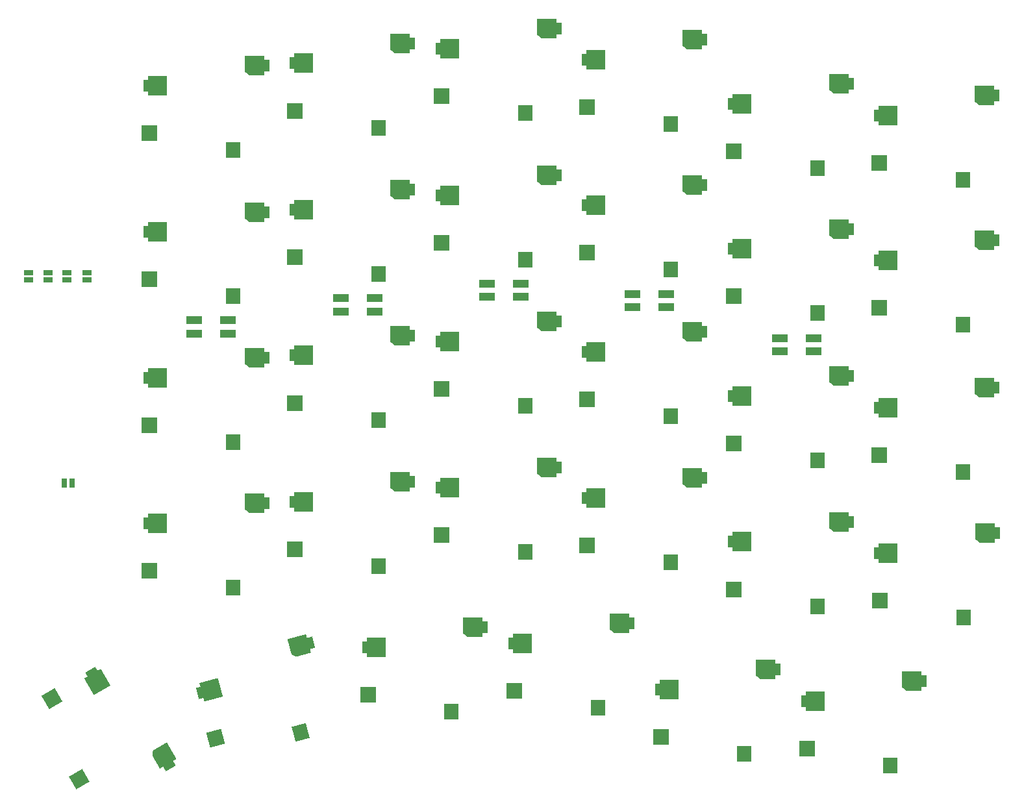
<source format=gbr>
%TF.GenerationSoftware,KiCad,Pcbnew,(5.99.0-9486-g75c525af4f)*%
%TF.CreationDate,2021-07-25T02:57:46+01:00*%
%TF.ProjectId,LimeKeyboard,4c696d65-4b65-4796-926f-6172642e6b69,rev?*%
%TF.SameCoordinates,Original*%
%TF.FileFunction,Paste,Bot*%
%TF.FilePolarity,Positive*%
%FSLAX46Y46*%
G04 Gerber Fmt 4.6, Leading zero omitted, Abs format (unit mm)*
G04 Created by KiCad (PCBNEW (5.99.0-9486-g75c525af4f)) date 2021-07-25 02:57:46*
%MOMM*%
%LPD*%
G01*
G04 APERTURE LIST*
G04 Aperture macros list*
%AMRotRect*
0 Rectangle, with rotation*
0 The origin of the aperture is its center*
0 $1 length*
0 $2 width*
0 $3 Rotation angle, in degrees counterclockwise*
0 Add horizontal line*
21,1,$1,$2,0,0,$3*%
%AMFreePoly0*
4,1,17,2.735355,1.235355,2.750000,1.200000,2.750000,-1.200000,2.735355,-1.235355,2.700000,-1.250000,0.300000,-1.250000,0.264645,-1.235355,0.250000,-1.200000,0.250000,-0.750000,-0.350000,-0.750000,-0.350000,0.750000,0.250000,0.750000,0.250000,1.200000,0.264645,1.235355,0.300000,1.250000,2.700000,1.250000,2.735355,1.235355,2.735355,1.235355,$1*%
%AMFreePoly1*
4,1,24,-0.364645,1.235355,-0.350000,1.200000,-0.350000,0.750000,0.350000,0.750000,0.350000,-0.750000,-0.350000,-0.750000,-0.350000,-1.200000,-0.364645,-1.235355,-0.400000,-1.250000,-2.300000,-1.250000,-2.315318,-1.243655,-2.331235,-1.239043,-2.831235,-0.839043,-2.832649,-0.836476,-2.835355,-0.835355,-2.841697,-0.820044,-2.849694,-0.805522,-2.848878,-0.802708,-2.850000,-0.800000,-2.850000,1.200000,
-2.835355,1.235355,-2.800000,1.250000,-0.400000,1.250000,-0.364645,1.235355,-0.364645,1.235355,$1*%
G04 Aperture macros list end*
%ADD10R,0.635000X1.143000*%
%ADD11R,2.000000X1.000000*%
%ADD12R,2.000000X2.000000*%
%ADD13FreePoly0,0.000000*%
%ADD14FreePoly1,0.000000*%
%ADD15R,1.900000X2.000000*%
%ADD16FreePoly0,300.000000*%
%ADD17RotRect,2.000000X2.000000X120.000000*%
%ADD18RotRect,1.900000X2.000000X120.000000*%
%ADD19FreePoly1,300.000000*%
%ADD20RotRect,2.000000X2.000000X195.000000*%
%ADD21FreePoly0,15.000000*%
%ADD22FreePoly1,15.000000*%
%ADD23RotRect,1.900000X2.000000X195.000000*%
%ADD24R,1.143000X0.635000*%
G04 APERTURE END LIST*
D10*
%TO.C,JP6*%
X91750380Y-105650000D03*
X90749620Y-105650000D03*
%TD*%
D11*
%TO.C,D35*%
X169281200Y-80976500D03*
X169281200Y-82726500D03*
X164881200Y-82726500D03*
X164881200Y-80976500D03*
%TD*%
D12*
%TO.C,SW1*%
X101859000Y-60011900D03*
D13*
X101459000Y-53811900D03*
D14*
X117159000Y-51211900D03*
D15*
X112759000Y-62211900D03*
%TD*%
D12*
%TO.C,SW24*%
X197109000Y-121011900D03*
D13*
X196709000Y-114811900D03*
D14*
X212409000Y-112211900D03*
D15*
X208009000Y-123211900D03*
%TD*%
D13*
%TO.C,SW3*%
X139559000Y-49021900D03*
D12*
X139959000Y-55221900D03*
D14*
X155259000Y-46421900D03*
D15*
X150859000Y-57421900D03*
%TD*%
D11*
%TO.C,D36*%
X188445500Y-86742300D03*
X188445500Y-88492300D03*
X184045500Y-88492300D03*
X184045500Y-86742300D03*
%TD*%
D16*
%TO.C,SW25*%
X94354064Y-130280684D03*
D17*
X89184706Y-133727094D03*
D18*
X92729450Y-144266771D03*
D19*
X104455730Y-142577283D03*
%TD*%
D13*
%TO.C,SW29*%
X168159000Y-132577200D03*
D12*
X168559000Y-138777200D03*
D14*
X183859000Y-129977200D03*
D15*
X179459000Y-140977200D03*
%TD*%
D13*
%TO.C,SW30*%
X187209000Y-134077200D03*
D12*
X187609000Y-140277200D03*
D14*
X202909000Y-131477200D03*
D15*
X198509000Y-142477200D03*
%TD*%
D12*
%TO.C,SW21*%
X139959000Y-112411900D03*
D13*
X139559000Y-106211900D03*
D14*
X155259000Y-103611900D03*
D15*
X150859000Y-114611900D03*
%TD*%
D12*
%TO.C,SW20*%
X120859000Y-114311900D03*
D13*
X120459000Y-108111900D03*
D15*
X131759000Y-116511900D03*
D14*
X136159000Y-105511900D03*
%TD*%
D12*
%TO.C,SW23*%
X178059000Y-119511900D03*
D13*
X177659000Y-113311900D03*
D15*
X188959000Y-121711900D03*
D14*
X193359000Y-110711900D03*
%TD*%
D13*
%TO.C,SW27*%
X129959000Y-127061900D03*
D12*
X130359000Y-133261900D03*
D15*
X141259000Y-135461900D03*
D14*
X145659000Y-124461900D03*
%TD*%
D13*
%TO.C,SW17*%
X177659000Y-94311900D03*
D12*
X178059000Y-100511900D03*
D15*
X188959000Y-102711900D03*
D14*
X193359000Y-91711900D03*
%TD*%
D12*
%TO.C,SW15*%
X139959000Y-93411900D03*
D13*
X139559000Y-87211900D03*
D14*
X155259000Y-84611900D03*
D15*
X150859000Y-95611900D03*
%TD*%
D12*
%TO.C,SW14*%
X120859000Y-95211900D03*
D13*
X120459000Y-89011900D03*
D15*
X131759000Y-97411900D03*
D14*
X136159000Y-86411900D03*
%TD*%
D12*
%TO.C,SW16*%
X158959000Y-94711900D03*
D13*
X158559000Y-88511900D03*
D14*
X174259000Y-85911900D03*
D15*
X169859000Y-96911900D03*
%TD*%
D12*
%TO.C,SW28*%
X149459000Y-132761900D03*
D13*
X149059000Y-126561900D03*
D15*
X160359000Y-134961900D03*
D14*
X164759000Y-123961900D03*
%TD*%
D12*
%TO.C,SW19*%
X101859000Y-117111900D03*
D13*
X101459000Y-110911900D03*
D15*
X112759000Y-119311900D03*
D14*
X117159000Y-108311900D03*
%TD*%
D13*
%TO.C,SW22*%
X158559000Y-107611900D03*
D12*
X158959000Y-113811900D03*
D15*
X169859000Y-116011900D03*
D14*
X174259000Y-105011900D03*
%TD*%
D20*
%TO.C,SW26*%
X110472631Y-138902260D03*
D21*
X108481583Y-133017047D03*
D22*
X122973689Y-126442181D03*
D23*
X121570625Y-138206169D03*
%TD*%
D13*
%TO.C,SW18*%
X196659000Y-95811900D03*
D12*
X197059000Y-102011900D03*
D15*
X207959000Y-104211900D03*
D14*
X212359000Y-93211900D03*
%TD*%
D11*
%TO.C,D33*%
X131244700Y-81548000D03*
X131244700Y-83298000D03*
X126844700Y-83298000D03*
X126844700Y-81548000D03*
%TD*%
%TO.C,D32*%
X112133600Y-84444100D03*
X112133600Y-86194100D03*
X107733600Y-86194100D03*
X107733600Y-84444100D03*
%TD*%
%TO.C,D34*%
X150320100Y-79630300D03*
X150320100Y-81380300D03*
X145920100Y-81380300D03*
X145920100Y-79630300D03*
%TD*%
D13*
%TO.C,SW12*%
X196659000Y-76611900D03*
D12*
X197059000Y-82811900D03*
D15*
X207959000Y-85011900D03*
D14*
X212359000Y-74011900D03*
%TD*%
D13*
%TO.C,SW8*%
X120459000Y-70011900D03*
D12*
X120859000Y-76211900D03*
D15*
X131759000Y-78411900D03*
D14*
X136159000Y-67411900D03*
%TD*%
D12*
%TO.C,SW5*%
X178059000Y-62411900D03*
D13*
X177659000Y-56211900D03*
D15*
X188959000Y-64611900D03*
D14*
X193359000Y-53611900D03*
%TD*%
D13*
%TO.C,SW10*%
X158559000Y-69411900D03*
D12*
X158959000Y-75611900D03*
D14*
X174259000Y-66811900D03*
D15*
X169859000Y-77811900D03*
%TD*%
D13*
%TO.C,SW7*%
X101459000Y-72911900D03*
D12*
X101859000Y-79111900D03*
D15*
X112759000Y-81311900D03*
D14*
X117159000Y-70311900D03*
%TD*%
D13*
%TO.C,SW9*%
X139559000Y-68111900D03*
D12*
X139959000Y-74311900D03*
D14*
X155259000Y-65511900D03*
D15*
X150859000Y-76511900D03*
%TD*%
D13*
%TO.C,SW6*%
X196659000Y-57711900D03*
D12*
X197059000Y-63911900D03*
D14*
X212359000Y-55111900D03*
D15*
X207959000Y-66111900D03*
%TD*%
D12*
%TO.C,SW4*%
X158959000Y-56611900D03*
D13*
X158559000Y-50411900D03*
D14*
X174259000Y-47811900D03*
D15*
X169859000Y-58811900D03*
%TD*%
D12*
%TO.C,SW11*%
X178059000Y-81311900D03*
D13*
X177659000Y-75111900D03*
D15*
X188959000Y-83511900D03*
D14*
X193359000Y-72511900D03*
%TD*%
D13*
%TO.C,SW2*%
X120459000Y-50911900D03*
D12*
X120859000Y-57111900D03*
D15*
X131759000Y-59311900D03*
D14*
X136159000Y-48311900D03*
%TD*%
D12*
%TO.C,SW13*%
X101859000Y-98111900D03*
D13*
X101459000Y-91911900D03*
D15*
X112759000Y-100311900D03*
D14*
X117159000Y-89311900D03*
%TD*%
D24*
%TO.C,JP7*%
X88646300Y-79185680D03*
X88646300Y-78184920D03*
%TD*%
%TO.C,JP5*%
X93746300Y-79185680D03*
X93746300Y-78184920D03*
%TD*%
%TO.C,JP6*%
X91146300Y-79185680D03*
X91146300Y-78184920D03*
%TD*%
%TO.C,JP8*%
X86146300Y-79185680D03*
X86146300Y-78184920D03*
%TD*%
M02*

</source>
